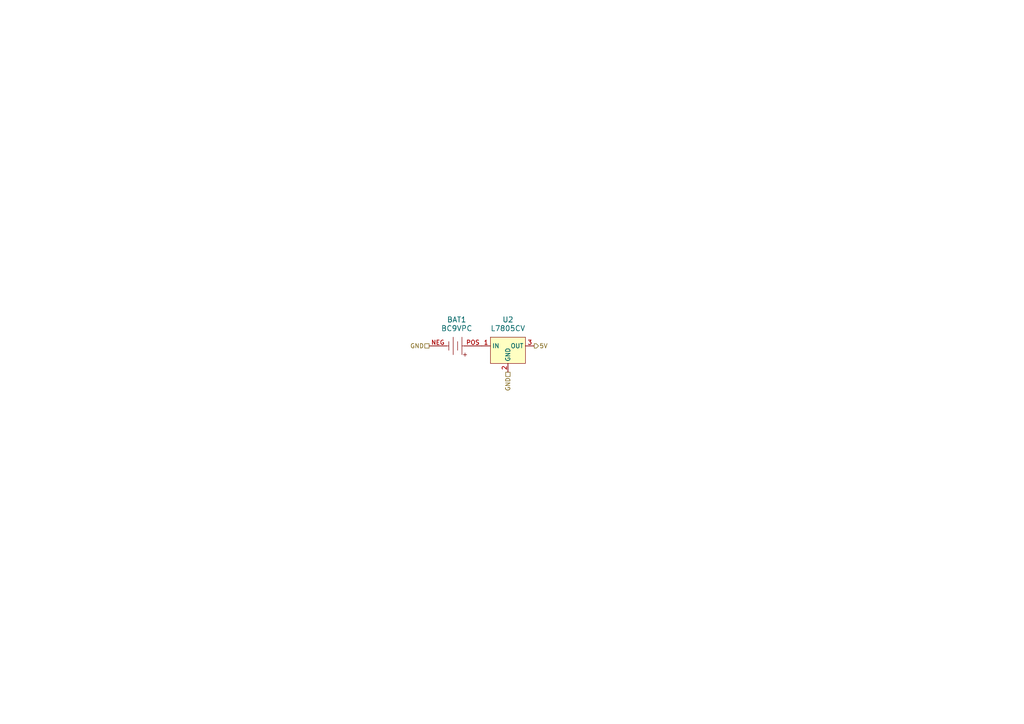
<source format=kicad_sch>
(kicad_sch (version 20231120) (generator "eeschema") (generator_version "8.0")
  (paper "A4")
  (lib_symbols
    (symbol "dk_Battery-Holders-Clips-Contacts:BC9VPC" (pin_names (offset 1.016))
      (property "Reference" "BAT" (at 0 5.08 0))
      (property "Value" "BC9VPC" (at 0 -5.08 0))
      (symbol "BC9VPC_1_1"
        (polyline (pts (xy -2.794 3.048) (xy -2.794 2.032)))
        (polyline (pts (xy -2.286 2.54) (xy -3.302 2.54)))
        (polyline (pts (xy -1.905 0) (xy -2.54 0)))
        (polyline (pts (xy -1.905 2.54) (xy -1.905 -2.54)))
        (polyline (pts (xy -0.635 1.27) (xy -0.635 -1.27)))
        (polyline (pts (xy 0.635 2.54) (xy 0.635 -2.54)))
        (polyline (pts (xy 1.905 1.27) (xy 1.905 -1.27)))
        (polyline (pts (xy 2.54 0) (xy 1.905 0)))
        (pin power_in line (at 7.62 0 180) (length 5.08) (name "~") (number "NEG"))
        (pin power_in line (at -7.62 0 0) (length 5.08) (name "~") (number "POS"))
      )
    )
    (symbol "dk_PMIC-Voltage-Regulators-Linear:L7805CV"
      (property "Reference" "U" (at 0 3.81 0))
      (property "Value" "L7805CV" (at 0 6.35 0))
      (symbol "L7805CV_1_1"
        (rectangle (start -5.08 2.54) (end 5.08 -5.08) (fill (type background)))
        (pin power_in line (at -7.62 0 0) (length 2.54) (name "IN") (number "1"))
        (pin power_in line (at 0 -7.62 90) (length 2.54) (name "GND") (number "2"))
        (pin power_out line (at 7.62 0 180) (length 2.54) (name "OUT") (number "3"))
      )
    )
  )
  (hierarchical_label "5V" (shape output) (at 154.94 100.33 0))
  (hierarchical_label "GND" (shape passive) (at 147.32 107.95 270))
  (hierarchical_label "GND" (shape passive) (at 124.46 100.33 180))
  (symbol (lib_id "dk_Battery-Holders-Clips-Contacts:BC9VPC") (at 132.08 100.33 180) (unit 1)
    (property "Reference" "BAT1" (at 132.461 92.71 0) (effects (font (size 1.524 1.524))))
    (property "Value" "BC9VPC" (at 132.461 95.25 0) (effects (font (size 1.524 1.524))))
    (property "Footprint" "Battery:BatteryHolder_Eagle_12BH611-GR" (effects (hide yes)))
    (property "Datasheet" "http://www.memoryprotectiondevices.com/datasheets/BC9VPC-datasheet.pdf" (effects (hide yes)))
    (property "Description" "BATTERY HOLDER 9V PC PIN" (effects (hide yes)))
    (property "Digi-Key_PN" "BC9VPC-ND" (effects (hide yes)))
    (property "MPN" "BC9VPC" (effects (hide yes)))
    (property "Category" "Battery Products" (effects (hide yes)))
    (property "Family" "Battery Holders, Clips, Contacts" (effects (hide yes)))
    (property "DK_Datasheet_Link" "http://www.memoryprotectiondevices.com/datasheets/BC9VPC-datasheet.pdf" (effects (hide yes)))
    (property "DK_Detail_Page" "/product-detail/en/mpd-memory-protection-devices/BC9VPC/BC9VPC-ND/257747" (effects (hide yes)))
    (property "Description_1" "BATTERY HOLDER 9V PC PIN" (effects (hide yes)))
    (property "Manufacturer" "MPD (Memory Protection Devices)" (effects (hide yes)))
    (property "Status" "Active" (effects (hide yes)))
  )
  (symbol (lib_id "dk_PMIC-Voltage-Regulators-Linear:L7805CV") (at 147.32 100.33 0) (unit 1)
    (property "Reference" "U2" (at 147.32 92.71 0) (effects (font (size 1.524 1.524))))
    (property "Value" "L7805CV" (at 147.32 95.25 0) (effects (font (size 1.524 1.524))))
    (property "Footprint" "Package_TO_SOT_THT:TO-220-3_Vertical" (effects (hide yes)))
    (property "Datasheet" "http://www.st.com/content/ccc/resource/technical/document/datasheet/41/4f/b3/b0/12/d4/47/88/CD00000444.pdf/files/CD00000444.pdf/jcr:content/translations/en.CD00000444.pdf" (effects (hide yes)))
    (property "Description" "IC REG LINEAR 5V 1.5A TO220AB" (effects (hide yes)))
    (property "Digi-Key_PN" "497-1443-5-ND" (effects (hide yes)))
    (property "MPN" "L7805CV" (effects (hide yes)))
    (property "Category" "Integrated Circuits (ICs)" (effects (hide yes)))
    (property "Family" "PMIC - Voltage Regulators - Linear" (effects (hide yes)))
    (property "DK_Datasheet_Link" "http://www.st.com/content/ccc/resource/technical/document/datasheet/41/4f/b3/b0/12/d4/47/88/CD00000444.pdf/files/CD00000444.pdf/jcr:content/translations/en.CD00000444.pdf" (effects (hide yes)))
    (property "DK_Detail_Page" "/product-detail/en/stmicroelectronics/L7805CV/497-1443-5-ND/585964" (effects (hide yes)))
    (property "Description_1" "IC REG LINEAR 5V 1.5A TO220AB" (effects (hide yes)))
    (property "Manufacturer" "STMicroelectronics" (effects (hide yes)))
    (property "Status" "Active" (effects (hide yes)))
  )
)
</source>
